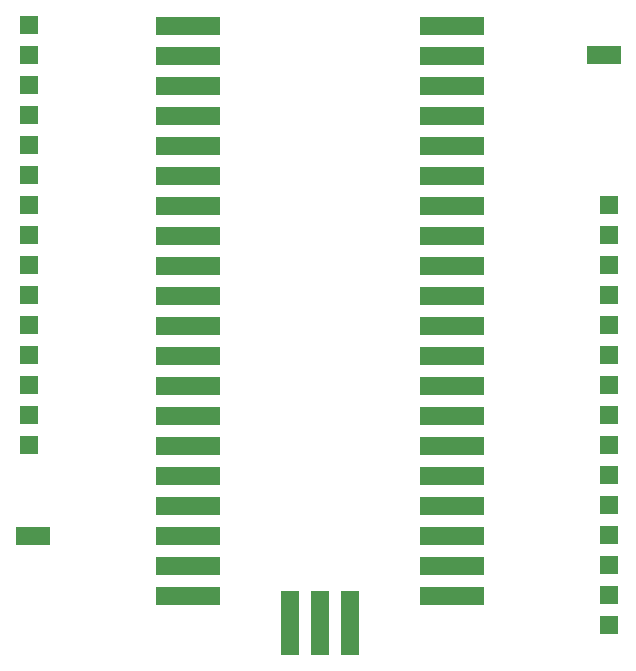
<source format=gtp>
G04*
G04 #@! TF.GenerationSoftware,Altium Limited,Altium Designer,20.0.13 (296)*
G04*
G04 Layer_Color=8421504*
%FSLAX44Y44*%
%MOMM*%
G71*
G01*
G75*
%ADD13R,3.0000X1.5000*%
%ADD14R,1.5000X1.5000*%
%ADD15R,5.5000X1.5000*%
%ADD16R,1.5000X5.5000*%
D13*
X1076500Y1073500D02*
D03*
X593289Y666336D02*
D03*
D14*
X1080805Y590912D02*
D03*
Y946512D02*
D03*
Y921112D02*
D03*
Y895712D02*
D03*
Y870312D02*
D03*
Y844912D02*
D03*
Y819512D02*
D03*
Y794112D02*
D03*
Y768712D02*
D03*
Y743312D02*
D03*
Y717912D02*
D03*
Y692512D02*
D03*
Y667112D02*
D03*
Y641712D02*
D03*
Y616312D02*
D03*
X589933Y743550D02*
D03*
Y1099150D02*
D03*
Y1073750D02*
D03*
Y1048350D02*
D03*
Y1022950D02*
D03*
Y997550D02*
D03*
Y972150D02*
D03*
Y946750D02*
D03*
Y921350D02*
D03*
Y895950D02*
D03*
Y870550D02*
D03*
Y845150D02*
D03*
Y819750D02*
D03*
Y794350D02*
D03*
Y768950D02*
D03*
D15*
X948544Y666869D02*
D03*
Y641469D02*
D03*
Y616069D02*
D03*
X725019D02*
D03*
Y641469D02*
D03*
Y666869D02*
D03*
Y692269D02*
D03*
Y717669D02*
D03*
Y743069D02*
D03*
Y768469D02*
D03*
Y793869D02*
D03*
Y819269D02*
D03*
Y844669D02*
D03*
Y870069D02*
D03*
Y895469D02*
D03*
Y920869D02*
D03*
Y946269D02*
D03*
Y971669D02*
D03*
Y997069D02*
D03*
Y1022469D02*
D03*
Y1047869D02*
D03*
Y1073269D02*
D03*
Y1098669D02*
D03*
X948544Y692269D02*
D03*
Y717669D02*
D03*
Y743069D02*
D03*
Y768469D02*
D03*
Y793869D02*
D03*
Y819269D02*
D03*
Y844669D02*
D03*
Y870069D02*
D03*
Y895469D02*
D03*
Y920869D02*
D03*
Y946269D02*
D03*
Y971669D02*
D03*
Y997069D02*
D03*
Y1022469D02*
D03*
Y1047869D02*
D03*
Y1073269D02*
D03*
Y1098669D02*
D03*
D16*
X862182Y593207D02*
D03*
X836782D02*
D03*
X811382D02*
D03*
M02*

</source>
